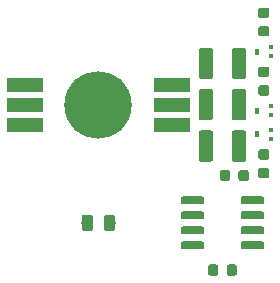
<source format=gbr>
G04 #@! TF.GenerationSoftware,KiCad,Pcbnew,5.1.4-e60b266~84~ubuntu18.04.1*
G04 #@! TF.CreationDate,2019-11-06T20:36:44-07:00*
G04 #@! TF.ProjectId,cob_5x5_lowpower,636f625f-3578-4355-9f6c-6f77706f7765,rev?*
G04 #@! TF.SameCoordinates,Original*
G04 #@! TF.FileFunction,Paste,Top*
G04 #@! TF.FilePolarity,Positive*
%FSLAX46Y46*%
G04 Gerber Fmt 4.6, Leading zero omitted, Abs format (unit mm)*
G04 Created by KiCad (PCBNEW 5.1.4-e60b266~84~ubuntu18.04.1) date 2019-11-06 20:36:44*
%MOMM*%
%LPD*%
G04 APERTURE LIST*
%ADD10C,0.100000*%
%ADD11C,0.650000*%
%ADD12C,0.875000*%
%ADD13C,1.250000*%
%ADD14R,0.450000X0.500000*%
%ADD15R,0.450000X0.400000*%
%ADD16R,3.100000X1.200000*%
%ADD17C,5.700000*%
%ADD18C,0.975000*%
G04 APERTURE END LIST*
D10*
G36*
X123803428Y-126580782D02*
G01*
X123819202Y-126583122D01*
X123834671Y-126586997D01*
X123849686Y-126592370D01*
X123864102Y-126599188D01*
X123877780Y-126607386D01*
X123890589Y-126616886D01*
X123902405Y-126627595D01*
X123913114Y-126639411D01*
X123922614Y-126652220D01*
X123930812Y-126665898D01*
X123937630Y-126680314D01*
X123943003Y-126695329D01*
X123946878Y-126710798D01*
X123949218Y-126726572D01*
X123950000Y-126742500D01*
X123950000Y-127067500D01*
X123949218Y-127083428D01*
X123946878Y-127099202D01*
X123943003Y-127114671D01*
X123937630Y-127129686D01*
X123930812Y-127144102D01*
X123922614Y-127157780D01*
X123913114Y-127170589D01*
X123902405Y-127182405D01*
X123890589Y-127193114D01*
X123877780Y-127202614D01*
X123864102Y-127210812D01*
X123849686Y-127217630D01*
X123834671Y-127223003D01*
X123819202Y-127226878D01*
X123803428Y-127229218D01*
X123787500Y-127230000D01*
X122137500Y-127230000D01*
X122121572Y-127229218D01*
X122105798Y-127226878D01*
X122090329Y-127223003D01*
X122075314Y-127217630D01*
X122060898Y-127210812D01*
X122047220Y-127202614D01*
X122034411Y-127193114D01*
X122022595Y-127182405D01*
X122011886Y-127170589D01*
X122002386Y-127157780D01*
X121994188Y-127144102D01*
X121987370Y-127129686D01*
X121981997Y-127114671D01*
X121978122Y-127099202D01*
X121975782Y-127083428D01*
X121975000Y-127067500D01*
X121975000Y-126742500D01*
X121975782Y-126726572D01*
X121978122Y-126710798D01*
X121981997Y-126695329D01*
X121987370Y-126680314D01*
X121994188Y-126665898D01*
X122002386Y-126652220D01*
X122011886Y-126639411D01*
X122022595Y-126627595D01*
X122034411Y-126616886D01*
X122047220Y-126607386D01*
X122060898Y-126599188D01*
X122075314Y-126592370D01*
X122090329Y-126586997D01*
X122105798Y-126583122D01*
X122121572Y-126580782D01*
X122137500Y-126580000D01*
X123787500Y-126580000D01*
X123803428Y-126580782D01*
X123803428Y-126580782D01*
G37*
D11*
X122962500Y-126905000D03*
D10*
G36*
X123803428Y-125310782D02*
G01*
X123819202Y-125313122D01*
X123834671Y-125316997D01*
X123849686Y-125322370D01*
X123864102Y-125329188D01*
X123877780Y-125337386D01*
X123890589Y-125346886D01*
X123902405Y-125357595D01*
X123913114Y-125369411D01*
X123922614Y-125382220D01*
X123930812Y-125395898D01*
X123937630Y-125410314D01*
X123943003Y-125425329D01*
X123946878Y-125440798D01*
X123949218Y-125456572D01*
X123950000Y-125472500D01*
X123950000Y-125797500D01*
X123949218Y-125813428D01*
X123946878Y-125829202D01*
X123943003Y-125844671D01*
X123937630Y-125859686D01*
X123930812Y-125874102D01*
X123922614Y-125887780D01*
X123913114Y-125900589D01*
X123902405Y-125912405D01*
X123890589Y-125923114D01*
X123877780Y-125932614D01*
X123864102Y-125940812D01*
X123849686Y-125947630D01*
X123834671Y-125953003D01*
X123819202Y-125956878D01*
X123803428Y-125959218D01*
X123787500Y-125960000D01*
X122137500Y-125960000D01*
X122121572Y-125959218D01*
X122105798Y-125956878D01*
X122090329Y-125953003D01*
X122075314Y-125947630D01*
X122060898Y-125940812D01*
X122047220Y-125932614D01*
X122034411Y-125923114D01*
X122022595Y-125912405D01*
X122011886Y-125900589D01*
X122002386Y-125887780D01*
X121994188Y-125874102D01*
X121987370Y-125859686D01*
X121981997Y-125844671D01*
X121978122Y-125829202D01*
X121975782Y-125813428D01*
X121975000Y-125797500D01*
X121975000Y-125472500D01*
X121975782Y-125456572D01*
X121978122Y-125440798D01*
X121981997Y-125425329D01*
X121987370Y-125410314D01*
X121994188Y-125395898D01*
X122002386Y-125382220D01*
X122011886Y-125369411D01*
X122022595Y-125357595D01*
X122034411Y-125346886D01*
X122047220Y-125337386D01*
X122060898Y-125329188D01*
X122075314Y-125322370D01*
X122090329Y-125316997D01*
X122105798Y-125313122D01*
X122121572Y-125310782D01*
X122137500Y-125310000D01*
X123787500Y-125310000D01*
X123803428Y-125310782D01*
X123803428Y-125310782D01*
G37*
D11*
X122962500Y-125635000D03*
D10*
G36*
X123803428Y-124040782D02*
G01*
X123819202Y-124043122D01*
X123834671Y-124046997D01*
X123849686Y-124052370D01*
X123864102Y-124059188D01*
X123877780Y-124067386D01*
X123890589Y-124076886D01*
X123902405Y-124087595D01*
X123913114Y-124099411D01*
X123922614Y-124112220D01*
X123930812Y-124125898D01*
X123937630Y-124140314D01*
X123943003Y-124155329D01*
X123946878Y-124170798D01*
X123949218Y-124186572D01*
X123950000Y-124202500D01*
X123950000Y-124527500D01*
X123949218Y-124543428D01*
X123946878Y-124559202D01*
X123943003Y-124574671D01*
X123937630Y-124589686D01*
X123930812Y-124604102D01*
X123922614Y-124617780D01*
X123913114Y-124630589D01*
X123902405Y-124642405D01*
X123890589Y-124653114D01*
X123877780Y-124662614D01*
X123864102Y-124670812D01*
X123849686Y-124677630D01*
X123834671Y-124683003D01*
X123819202Y-124686878D01*
X123803428Y-124689218D01*
X123787500Y-124690000D01*
X122137500Y-124690000D01*
X122121572Y-124689218D01*
X122105798Y-124686878D01*
X122090329Y-124683003D01*
X122075314Y-124677630D01*
X122060898Y-124670812D01*
X122047220Y-124662614D01*
X122034411Y-124653114D01*
X122022595Y-124642405D01*
X122011886Y-124630589D01*
X122002386Y-124617780D01*
X121994188Y-124604102D01*
X121987370Y-124589686D01*
X121981997Y-124574671D01*
X121978122Y-124559202D01*
X121975782Y-124543428D01*
X121975000Y-124527500D01*
X121975000Y-124202500D01*
X121975782Y-124186572D01*
X121978122Y-124170798D01*
X121981997Y-124155329D01*
X121987370Y-124140314D01*
X121994188Y-124125898D01*
X122002386Y-124112220D01*
X122011886Y-124099411D01*
X122022595Y-124087595D01*
X122034411Y-124076886D01*
X122047220Y-124067386D01*
X122060898Y-124059188D01*
X122075314Y-124052370D01*
X122090329Y-124046997D01*
X122105798Y-124043122D01*
X122121572Y-124040782D01*
X122137500Y-124040000D01*
X123787500Y-124040000D01*
X123803428Y-124040782D01*
X123803428Y-124040782D01*
G37*
D11*
X122962500Y-124365000D03*
D10*
G36*
X123803428Y-122770782D02*
G01*
X123819202Y-122773122D01*
X123834671Y-122776997D01*
X123849686Y-122782370D01*
X123864102Y-122789188D01*
X123877780Y-122797386D01*
X123890589Y-122806886D01*
X123902405Y-122817595D01*
X123913114Y-122829411D01*
X123922614Y-122842220D01*
X123930812Y-122855898D01*
X123937630Y-122870314D01*
X123943003Y-122885329D01*
X123946878Y-122900798D01*
X123949218Y-122916572D01*
X123950000Y-122932500D01*
X123950000Y-123257500D01*
X123949218Y-123273428D01*
X123946878Y-123289202D01*
X123943003Y-123304671D01*
X123937630Y-123319686D01*
X123930812Y-123334102D01*
X123922614Y-123347780D01*
X123913114Y-123360589D01*
X123902405Y-123372405D01*
X123890589Y-123383114D01*
X123877780Y-123392614D01*
X123864102Y-123400812D01*
X123849686Y-123407630D01*
X123834671Y-123413003D01*
X123819202Y-123416878D01*
X123803428Y-123419218D01*
X123787500Y-123420000D01*
X122137500Y-123420000D01*
X122121572Y-123419218D01*
X122105798Y-123416878D01*
X122090329Y-123413003D01*
X122075314Y-123407630D01*
X122060898Y-123400812D01*
X122047220Y-123392614D01*
X122034411Y-123383114D01*
X122022595Y-123372405D01*
X122011886Y-123360589D01*
X122002386Y-123347780D01*
X121994188Y-123334102D01*
X121987370Y-123319686D01*
X121981997Y-123304671D01*
X121978122Y-123289202D01*
X121975782Y-123273428D01*
X121975000Y-123257500D01*
X121975000Y-122932500D01*
X121975782Y-122916572D01*
X121978122Y-122900798D01*
X121981997Y-122885329D01*
X121987370Y-122870314D01*
X121994188Y-122855898D01*
X122002386Y-122842220D01*
X122011886Y-122829411D01*
X122022595Y-122817595D01*
X122034411Y-122806886D01*
X122047220Y-122797386D01*
X122060898Y-122789188D01*
X122075314Y-122782370D01*
X122090329Y-122776997D01*
X122105798Y-122773122D01*
X122121572Y-122770782D01*
X122137500Y-122770000D01*
X123787500Y-122770000D01*
X123803428Y-122770782D01*
X123803428Y-122770782D01*
G37*
D11*
X122962500Y-123095000D03*
D10*
G36*
X128878428Y-122770782D02*
G01*
X128894202Y-122773122D01*
X128909671Y-122776997D01*
X128924686Y-122782370D01*
X128939102Y-122789188D01*
X128952780Y-122797386D01*
X128965589Y-122806886D01*
X128977405Y-122817595D01*
X128988114Y-122829411D01*
X128997614Y-122842220D01*
X129005812Y-122855898D01*
X129012630Y-122870314D01*
X129018003Y-122885329D01*
X129021878Y-122900798D01*
X129024218Y-122916572D01*
X129025000Y-122932500D01*
X129025000Y-123257500D01*
X129024218Y-123273428D01*
X129021878Y-123289202D01*
X129018003Y-123304671D01*
X129012630Y-123319686D01*
X129005812Y-123334102D01*
X128997614Y-123347780D01*
X128988114Y-123360589D01*
X128977405Y-123372405D01*
X128965589Y-123383114D01*
X128952780Y-123392614D01*
X128939102Y-123400812D01*
X128924686Y-123407630D01*
X128909671Y-123413003D01*
X128894202Y-123416878D01*
X128878428Y-123419218D01*
X128862500Y-123420000D01*
X127212500Y-123420000D01*
X127196572Y-123419218D01*
X127180798Y-123416878D01*
X127165329Y-123413003D01*
X127150314Y-123407630D01*
X127135898Y-123400812D01*
X127122220Y-123392614D01*
X127109411Y-123383114D01*
X127097595Y-123372405D01*
X127086886Y-123360589D01*
X127077386Y-123347780D01*
X127069188Y-123334102D01*
X127062370Y-123319686D01*
X127056997Y-123304671D01*
X127053122Y-123289202D01*
X127050782Y-123273428D01*
X127050000Y-123257500D01*
X127050000Y-122932500D01*
X127050782Y-122916572D01*
X127053122Y-122900798D01*
X127056997Y-122885329D01*
X127062370Y-122870314D01*
X127069188Y-122855898D01*
X127077386Y-122842220D01*
X127086886Y-122829411D01*
X127097595Y-122817595D01*
X127109411Y-122806886D01*
X127122220Y-122797386D01*
X127135898Y-122789188D01*
X127150314Y-122782370D01*
X127165329Y-122776997D01*
X127180798Y-122773122D01*
X127196572Y-122770782D01*
X127212500Y-122770000D01*
X128862500Y-122770000D01*
X128878428Y-122770782D01*
X128878428Y-122770782D01*
G37*
D11*
X128037500Y-123095000D03*
D10*
G36*
X128878428Y-124040782D02*
G01*
X128894202Y-124043122D01*
X128909671Y-124046997D01*
X128924686Y-124052370D01*
X128939102Y-124059188D01*
X128952780Y-124067386D01*
X128965589Y-124076886D01*
X128977405Y-124087595D01*
X128988114Y-124099411D01*
X128997614Y-124112220D01*
X129005812Y-124125898D01*
X129012630Y-124140314D01*
X129018003Y-124155329D01*
X129021878Y-124170798D01*
X129024218Y-124186572D01*
X129025000Y-124202500D01*
X129025000Y-124527500D01*
X129024218Y-124543428D01*
X129021878Y-124559202D01*
X129018003Y-124574671D01*
X129012630Y-124589686D01*
X129005812Y-124604102D01*
X128997614Y-124617780D01*
X128988114Y-124630589D01*
X128977405Y-124642405D01*
X128965589Y-124653114D01*
X128952780Y-124662614D01*
X128939102Y-124670812D01*
X128924686Y-124677630D01*
X128909671Y-124683003D01*
X128894202Y-124686878D01*
X128878428Y-124689218D01*
X128862500Y-124690000D01*
X127212500Y-124690000D01*
X127196572Y-124689218D01*
X127180798Y-124686878D01*
X127165329Y-124683003D01*
X127150314Y-124677630D01*
X127135898Y-124670812D01*
X127122220Y-124662614D01*
X127109411Y-124653114D01*
X127097595Y-124642405D01*
X127086886Y-124630589D01*
X127077386Y-124617780D01*
X127069188Y-124604102D01*
X127062370Y-124589686D01*
X127056997Y-124574671D01*
X127053122Y-124559202D01*
X127050782Y-124543428D01*
X127050000Y-124527500D01*
X127050000Y-124202500D01*
X127050782Y-124186572D01*
X127053122Y-124170798D01*
X127056997Y-124155329D01*
X127062370Y-124140314D01*
X127069188Y-124125898D01*
X127077386Y-124112220D01*
X127086886Y-124099411D01*
X127097595Y-124087595D01*
X127109411Y-124076886D01*
X127122220Y-124067386D01*
X127135898Y-124059188D01*
X127150314Y-124052370D01*
X127165329Y-124046997D01*
X127180798Y-124043122D01*
X127196572Y-124040782D01*
X127212500Y-124040000D01*
X128862500Y-124040000D01*
X128878428Y-124040782D01*
X128878428Y-124040782D01*
G37*
D11*
X128037500Y-124365000D03*
D10*
G36*
X128878428Y-125310782D02*
G01*
X128894202Y-125313122D01*
X128909671Y-125316997D01*
X128924686Y-125322370D01*
X128939102Y-125329188D01*
X128952780Y-125337386D01*
X128965589Y-125346886D01*
X128977405Y-125357595D01*
X128988114Y-125369411D01*
X128997614Y-125382220D01*
X129005812Y-125395898D01*
X129012630Y-125410314D01*
X129018003Y-125425329D01*
X129021878Y-125440798D01*
X129024218Y-125456572D01*
X129025000Y-125472500D01*
X129025000Y-125797500D01*
X129024218Y-125813428D01*
X129021878Y-125829202D01*
X129018003Y-125844671D01*
X129012630Y-125859686D01*
X129005812Y-125874102D01*
X128997614Y-125887780D01*
X128988114Y-125900589D01*
X128977405Y-125912405D01*
X128965589Y-125923114D01*
X128952780Y-125932614D01*
X128939102Y-125940812D01*
X128924686Y-125947630D01*
X128909671Y-125953003D01*
X128894202Y-125956878D01*
X128878428Y-125959218D01*
X128862500Y-125960000D01*
X127212500Y-125960000D01*
X127196572Y-125959218D01*
X127180798Y-125956878D01*
X127165329Y-125953003D01*
X127150314Y-125947630D01*
X127135898Y-125940812D01*
X127122220Y-125932614D01*
X127109411Y-125923114D01*
X127097595Y-125912405D01*
X127086886Y-125900589D01*
X127077386Y-125887780D01*
X127069188Y-125874102D01*
X127062370Y-125859686D01*
X127056997Y-125844671D01*
X127053122Y-125829202D01*
X127050782Y-125813428D01*
X127050000Y-125797500D01*
X127050000Y-125472500D01*
X127050782Y-125456572D01*
X127053122Y-125440798D01*
X127056997Y-125425329D01*
X127062370Y-125410314D01*
X127069188Y-125395898D01*
X127077386Y-125382220D01*
X127086886Y-125369411D01*
X127097595Y-125357595D01*
X127109411Y-125346886D01*
X127122220Y-125337386D01*
X127135898Y-125329188D01*
X127150314Y-125322370D01*
X127165329Y-125316997D01*
X127180798Y-125313122D01*
X127196572Y-125310782D01*
X127212500Y-125310000D01*
X128862500Y-125310000D01*
X128878428Y-125310782D01*
X128878428Y-125310782D01*
G37*
D11*
X128037500Y-125635000D03*
D10*
G36*
X128878428Y-126580782D02*
G01*
X128894202Y-126583122D01*
X128909671Y-126586997D01*
X128924686Y-126592370D01*
X128939102Y-126599188D01*
X128952780Y-126607386D01*
X128965589Y-126616886D01*
X128977405Y-126627595D01*
X128988114Y-126639411D01*
X128997614Y-126652220D01*
X129005812Y-126665898D01*
X129012630Y-126680314D01*
X129018003Y-126695329D01*
X129021878Y-126710798D01*
X129024218Y-126726572D01*
X129025000Y-126742500D01*
X129025000Y-127067500D01*
X129024218Y-127083428D01*
X129021878Y-127099202D01*
X129018003Y-127114671D01*
X129012630Y-127129686D01*
X129005812Y-127144102D01*
X128997614Y-127157780D01*
X128988114Y-127170589D01*
X128977405Y-127182405D01*
X128965589Y-127193114D01*
X128952780Y-127202614D01*
X128939102Y-127210812D01*
X128924686Y-127217630D01*
X128909671Y-127223003D01*
X128894202Y-127226878D01*
X128878428Y-127229218D01*
X128862500Y-127230000D01*
X127212500Y-127230000D01*
X127196572Y-127229218D01*
X127180798Y-127226878D01*
X127165329Y-127223003D01*
X127150314Y-127217630D01*
X127135898Y-127210812D01*
X127122220Y-127202614D01*
X127109411Y-127193114D01*
X127097595Y-127182405D01*
X127086886Y-127170589D01*
X127077386Y-127157780D01*
X127069188Y-127144102D01*
X127062370Y-127129686D01*
X127056997Y-127114671D01*
X127053122Y-127099202D01*
X127050782Y-127083428D01*
X127050000Y-127067500D01*
X127050000Y-126742500D01*
X127050782Y-126726572D01*
X127053122Y-126710798D01*
X127056997Y-126695329D01*
X127062370Y-126680314D01*
X127069188Y-126665898D01*
X127077386Y-126652220D01*
X127086886Y-126639411D01*
X127097595Y-126627595D01*
X127109411Y-126616886D01*
X127122220Y-126607386D01*
X127135898Y-126599188D01*
X127150314Y-126592370D01*
X127165329Y-126586997D01*
X127180798Y-126583122D01*
X127196572Y-126580782D01*
X127212500Y-126580000D01*
X128862500Y-126580000D01*
X128878428Y-126580782D01*
X128878428Y-126580782D01*
G37*
D11*
X128037500Y-126905000D03*
D10*
G36*
X129277691Y-120351053D02*
G01*
X129298926Y-120354203D01*
X129319750Y-120359419D01*
X129339962Y-120366651D01*
X129359368Y-120375830D01*
X129377781Y-120386866D01*
X129395024Y-120399654D01*
X129410930Y-120414070D01*
X129425346Y-120429976D01*
X129438134Y-120447219D01*
X129449170Y-120465632D01*
X129458349Y-120485038D01*
X129465581Y-120505250D01*
X129470797Y-120526074D01*
X129473947Y-120547309D01*
X129475000Y-120568750D01*
X129475000Y-121006250D01*
X129473947Y-121027691D01*
X129470797Y-121048926D01*
X129465581Y-121069750D01*
X129458349Y-121089962D01*
X129449170Y-121109368D01*
X129438134Y-121127781D01*
X129425346Y-121145024D01*
X129410930Y-121160930D01*
X129395024Y-121175346D01*
X129377781Y-121188134D01*
X129359368Y-121199170D01*
X129339962Y-121208349D01*
X129319750Y-121215581D01*
X129298926Y-121220797D01*
X129277691Y-121223947D01*
X129256250Y-121225000D01*
X128743750Y-121225000D01*
X128722309Y-121223947D01*
X128701074Y-121220797D01*
X128680250Y-121215581D01*
X128660038Y-121208349D01*
X128640632Y-121199170D01*
X128622219Y-121188134D01*
X128604976Y-121175346D01*
X128589070Y-121160930D01*
X128574654Y-121145024D01*
X128561866Y-121127781D01*
X128550830Y-121109368D01*
X128541651Y-121089962D01*
X128534419Y-121069750D01*
X128529203Y-121048926D01*
X128526053Y-121027691D01*
X128525000Y-121006250D01*
X128525000Y-120568750D01*
X128526053Y-120547309D01*
X128529203Y-120526074D01*
X128534419Y-120505250D01*
X128541651Y-120485038D01*
X128550830Y-120465632D01*
X128561866Y-120447219D01*
X128574654Y-120429976D01*
X128589070Y-120414070D01*
X128604976Y-120399654D01*
X128622219Y-120386866D01*
X128640632Y-120375830D01*
X128660038Y-120366651D01*
X128680250Y-120359419D01*
X128701074Y-120354203D01*
X128722309Y-120351053D01*
X128743750Y-120350000D01*
X129256250Y-120350000D01*
X129277691Y-120351053D01*
X129277691Y-120351053D01*
G37*
D12*
X129000000Y-120787500D03*
D10*
G36*
X129277691Y-118776053D02*
G01*
X129298926Y-118779203D01*
X129319750Y-118784419D01*
X129339962Y-118791651D01*
X129359368Y-118800830D01*
X129377781Y-118811866D01*
X129395024Y-118824654D01*
X129410930Y-118839070D01*
X129425346Y-118854976D01*
X129438134Y-118872219D01*
X129449170Y-118890632D01*
X129458349Y-118910038D01*
X129465581Y-118930250D01*
X129470797Y-118951074D01*
X129473947Y-118972309D01*
X129475000Y-118993750D01*
X129475000Y-119431250D01*
X129473947Y-119452691D01*
X129470797Y-119473926D01*
X129465581Y-119494750D01*
X129458349Y-119514962D01*
X129449170Y-119534368D01*
X129438134Y-119552781D01*
X129425346Y-119570024D01*
X129410930Y-119585930D01*
X129395024Y-119600346D01*
X129377781Y-119613134D01*
X129359368Y-119624170D01*
X129339962Y-119633349D01*
X129319750Y-119640581D01*
X129298926Y-119645797D01*
X129277691Y-119648947D01*
X129256250Y-119650000D01*
X128743750Y-119650000D01*
X128722309Y-119648947D01*
X128701074Y-119645797D01*
X128680250Y-119640581D01*
X128660038Y-119633349D01*
X128640632Y-119624170D01*
X128622219Y-119613134D01*
X128604976Y-119600346D01*
X128589070Y-119585930D01*
X128574654Y-119570024D01*
X128561866Y-119552781D01*
X128550830Y-119534368D01*
X128541651Y-119514962D01*
X128534419Y-119494750D01*
X128529203Y-119473926D01*
X128526053Y-119452691D01*
X128525000Y-119431250D01*
X128525000Y-118993750D01*
X128526053Y-118972309D01*
X128529203Y-118951074D01*
X128534419Y-118930250D01*
X128541651Y-118910038D01*
X128550830Y-118890632D01*
X128561866Y-118872219D01*
X128574654Y-118854976D01*
X128589070Y-118839070D01*
X128604976Y-118824654D01*
X128622219Y-118811866D01*
X128640632Y-118800830D01*
X128660038Y-118791651D01*
X128680250Y-118784419D01*
X128701074Y-118779203D01*
X128722309Y-118776053D01*
X128743750Y-118775000D01*
X129256250Y-118775000D01*
X129277691Y-118776053D01*
X129277691Y-118776053D01*
G37*
D12*
X129000000Y-119212500D03*
D10*
G36*
X129277691Y-111776053D02*
G01*
X129298926Y-111779203D01*
X129319750Y-111784419D01*
X129339962Y-111791651D01*
X129359368Y-111800830D01*
X129377781Y-111811866D01*
X129395024Y-111824654D01*
X129410930Y-111839070D01*
X129425346Y-111854976D01*
X129438134Y-111872219D01*
X129449170Y-111890632D01*
X129458349Y-111910038D01*
X129465581Y-111930250D01*
X129470797Y-111951074D01*
X129473947Y-111972309D01*
X129475000Y-111993750D01*
X129475000Y-112431250D01*
X129473947Y-112452691D01*
X129470797Y-112473926D01*
X129465581Y-112494750D01*
X129458349Y-112514962D01*
X129449170Y-112534368D01*
X129438134Y-112552781D01*
X129425346Y-112570024D01*
X129410930Y-112585930D01*
X129395024Y-112600346D01*
X129377781Y-112613134D01*
X129359368Y-112624170D01*
X129339962Y-112633349D01*
X129319750Y-112640581D01*
X129298926Y-112645797D01*
X129277691Y-112648947D01*
X129256250Y-112650000D01*
X128743750Y-112650000D01*
X128722309Y-112648947D01*
X128701074Y-112645797D01*
X128680250Y-112640581D01*
X128660038Y-112633349D01*
X128640632Y-112624170D01*
X128622219Y-112613134D01*
X128604976Y-112600346D01*
X128589070Y-112585930D01*
X128574654Y-112570024D01*
X128561866Y-112552781D01*
X128550830Y-112534368D01*
X128541651Y-112514962D01*
X128534419Y-112494750D01*
X128529203Y-112473926D01*
X128526053Y-112452691D01*
X128525000Y-112431250D01*
X128525000Y-111993750D01*
X128526053Y-111972309D01*
X128529203Y-111951074D01*
X128534419Y-111930250D01*
X128541651Y-111910038D01*
X128550830Y-111890632D01*
X128561866Y-111872219D01*
X128574654Y-111854976D01*
X128589070Y-111839070D01*
X128604976Y-111824654D01*
X128622219Y-111811866D01*
X128640632Y-111800830D01*
X128660038Y-111791651D01*
X128680250Y-111784419D01*
X128701074Y-111779203D01*
X128722309Y-111776053D01*
X128743750Y-111775000D01*
X129256250Y-111775000D01*
X129277691Y-111776053D01*
X129277691Y-111776053D01*
G37*
D12*
X129000000Y-112212500D03*
D10*
G36*
X129277691Y-113351053D02*
G01*
X129298926Y-113354203D01*
X129319750Y-113359419D01*
X129339962Y-113366651D01*
X129359368Y-113375830D01*
X129377781Y-113386866D01*
X129395024Y-113399654D01*
X129410930Y-113414070D01*
X129425346Y-113429976D01*
X129438134Y-113447219D01*
X129449170Y-113465632D01*
X129458349Y-113485038D01*
X129465581Y-113505250D01*
X129470797Y-113526074D01*
X129473947Y-113547309D01*
X129475000Y-113568750D01*
X129475000Y-114006250D01*
X129473947Y-114027691D01*
X129470797Y-114048926D01*
X129465581Y-114069750D01*
X129458349Y-114089962D01*
X129449170Y-114109368D01*
X129438134Y-114127781D01*
X129425346Y-114145024D01*
X129410930Y-114160930D01*
X129395024Y-114175346D01*
X129377781Y-114188134D01*
X129359368Y-114199170D01*
X129339962Y-114208349D01*
X129319750Y-114215581D01*
X129298926Y-114220797D01*
X129277691Y-114223947D01*
X129256250Y-114225000D01*
X128743750Y-114225000D01*
X128722309Y-114223947D01*
X128701074Y-114220797D01*
X128680250Y-114215581D01*
X128660038Y-114208349D01*
X128640632Y-114199170D01*
X128622219Y-114188134D01*
X128604976Y-114175346D01*
X128589070Y-114160930D01*
X128574654Y-114145024D01*
X128561866Y-114127781D01*
X128550830Y-114109368D01*
X128541651Y-114089962D01*
X128534419Y-114069750D01*
X128529203Y-114048926D01*
X128526053Y-114027691D01*
X128525000Y-114006250D01*
X128525000Y-113568750D01*
X128526053Y-113547309D01*
X128529203Y-113526074D01*
X128534419Y-113505250D01*
X128541651Y-113485038D01*
X128550830Y-113465632D01*
X128561866Y-113447219D01*
X128574654Y-113429976D01*
X128589070Y-113414070D01*
X128604976Y-113399654D01*
X128622219Y-113386866D01*
X128640632Y-113375830D01*
X128660038Y-113366651D01*
X128680250Y-113359419D01*
X128701074Y-113354203D01*
X128722309Y-113351053D01*
X128743750Y-113350000D01*
X129256250Y-113350000D01*
X129277691Y-113351053D01*
X129277691Y-113351053D01*
G37*
D12*
X129000000Y-113787500D03*
D10*
G36*
X129277691Y-108351053D02*
G01*
X129298926Y-108354203D01*
X129319750Y-108359419D01*
X129339962Y-108366651D01*
X129359368Y-108375830D01*
X129377781Y-108386866D01*
X129395024Y-108399654D01*
X129410930Y-108414070D01*
X129425346Y-108429976D01*
X129438134Y-108447219D01*
X129449170Y-108465632D01*
X129458349Y-108485038D01*
X129465581Y-108505250D01*
X129470797Y-108526074D01*
X129473947Y-108547309D01*
X129475000Y-108568750D01*
X129475000Y-109006250D01*
X129473947Y-109027691D01*
X129470797Y-109048926D01*
X129465581Y-109069750D01*
X129458349Y-109089962D01*
X129449170Y-109109368D01*
X129438134Y-109127781D01*
X129425346Y-109145024D01*
X129410930Y-109160930D01*
X129395024Y-109175346D01*
X129377781Y-109188134D01*
X129359368Y-109199170D01*
X129339962Y-109208349D01*
X129319750Y-109215581D01*
X129298926Y-109220797D01*
X129277691Y-109223947D01*
X129256250Y-109225000D01*
X128743750Y-109225000D01*
X128722309Y-109223947D01*
X128701074Y-109220797D01*
X128680250Y-109215581D01*
X128660038Y-109208349D01*
X128640632Y-109199170D01*
X128622219Y-109188134D01*
X128604976Y-109175346D01*
X128589070Y-109160930D01*
X128574654Y-109145024D01*
X128561866Y-109127781D01*
X128550830Y-109109368D01*
X128541651Y-109089962D01*
X128534419Y-109069750D01*
X128529203Y-109048926D01*
X128526053Y-109027691D01*
X128525000Y-109006250D01*
X128525000Y-108568750D01*
X128526053Y-108547309D01*
X128529203Y-108526074D01*
X128534419Y-108505250D01*
X128541651Y-108485038D01*
X128550830Y-108465632D01*
X128561866Y-108447219D01*
X128574654Y-108429976D01*
X128589070Y-108414070D01*
X128604976Y-108399654D01*
X128622219Y-108386866D01*
X128640632Y-108375830D01*
X128660038Y-108366651D01*
X128680250Y-108359419D01*
X128701074Y-108354203D01*
X128722309Y-108351053D01*
X128743750Y-108350000D01*
X129256250Y-108350000D01*
X129277691Y-108351053D01*
X129277691Y-108351053D01*
G37*
D12*
X129000000Y-108787500D03*
D10*
G36*
X129277691Y-106776053D02*
G01*
X129298926Y-106779203D01*
X129319750Y-106784419D01*
X129339962Y-106791651D01*
X129359368Y-106800830D01*
X129377781Y-106811866D01*
X129395024Y-106824654D01*
X129410930Y-106839070D01*
X129425346Y-106854976D01*
X129438134Y-106872219D01*
X129449170Y-106890632D01*
X129458349Y-106910038D01*
X129465581Y-106930250D01*
X129470797Y-106951074D01*
X129473947Y-106972309D01*
X129475000Y-106993750D01*
X129475000Y-107431250D01*
X129473947Y-107452691D01*
X129470797Y-107473926D01*
X129465581Y-107494750D01*
X129458349Y-107514962D01*
X129449170Y-107534368D01*
X129438134Y-107552781D01*
X129425346Y-107570024D01*
X129410930Y-107585930D01*
X129395024Y-107600346D01*
X129377781Y-107613134D01*
X129359368Y-107624170D01*
X129339962Y-107633349D01*
X129319750Y-107640581D01*
X129298926Y-107645797D01*
X129277691Y-107648947D01*
X129256250Y-107650000D01*
X128743750Y-107650000D01*
X128722309Y-107648947D01*
X128701074Y-107645797D01*
X128680250Y-107640581D01*
X128660038Y-107633349D01*
X128640632Y-107624170D01*
X128622219Y-107613134D01*
X128604976Y-107600346D01*
X128589070Y-107585930D01*
X128574654Y-107570024D01*
X128561866Y-107552781D01*
X128550830Y-107534368D01*
X128541651Y-107514962D01*
X128534419Y-107494750D01*
X128529203Y-107473926D01*
X128526053Y-107452691D01*
X128525000Y-107431250D01*
X128525000Y-106993750D01*
X128526053Y-106972309D01*
X128529203Y-106951074D01*
X128534419Y-106930250D01*
X128541651Y-106910038D01*
X128550830Y-106890632D01*
X128561866Y-106872219D01*
X128574654Y-106854976D01*
X128589070Y-106839070D01*
X128604976Y-106824654D01*
X128622219Y-106811866D01*
X128640632Y-106800830D01*
X128660038Y-106791651D01*
X128680250Y-106784419D01*
X128701074Y-106779203D01*
X128722309Y-106776053D01*
X128743750Y-106775000D01*
X129256250Y-106775000D01*
X129277691Y-106776053D01*
X129277691Y-106776053D01*
G37*
D12*
X129000000Y-107212500D03*
D10*
G36*
X127299504Y-117176204D02*
G01*
X127323773Y-117179804D01*
X127347571Y-117185765D01*
X127370671Y-117194030D01*
X127392849Y-117204520D01*
X127413893Y-117217133D01*
X127433598Y-117231747D01*
X127451777Y-117248223D01*
X127468253Y-117266402D01*
X127482867Y-117286107D01*
X127495480Y-117307151D01*
X127505970Y-117329329D01*
X127514235Y-117352429D01*
X127520196Y-117376227D01*
X127523796Y-117400496D01*
X127525000Y-117425000D01*
X127525000Y-119575000D01*
X127523796Y-119599504D01*
X127520196Y-119623773D01*
X127514235Y-119647571D01*
X127505970Y-119670671D01*
X127495480Y-119692849D01*
X127482867Y-119713893D01*
X127468253Y-119733598D01*
X127451777Y-119751777D01*
X127433598Y-119768253D01*
X127413893Y-119782867D01*
X127392849Y-119795480D01*
X127370671Y-119805970D01*
X127347571Y-119814235D01*
X127323773Y-119820196D01*
X127299504Y-119823796D01*
X127275000Y-119825000D01*
X126525000Y-119825000D01*
X126500496Y-119823796D01*
X126476227Y-119820196D01*
X126452429Y-119814235D01*
X126429329Y-119805970D01*
X126407151Y-119795480D01*
X126386107Y-119782867D01*
X126366402Y-119768253D01*
X126348223Y-119751777D01*
X126331747Y-119733598D01*
X126317133Y-119713893D01*
X126304520Y-119692849D01*
X126294030Y-119670671D01*
X126285765Y-119647571D01*
X126279804Y-119623773D01*
X126276204Y-119599504D01*
X126275000Y-119575000D01*
X126275000Y-117425000D01*
X126276204Y-117400496D01*
X126279804Y-117376227D01*
X126285765Y-117352429D01*
X126294030Y-117329329D01*
X126304520Y-117307151D01*
X126317133Y-117286107D01*
X126331747Y-117266402D01*
X126348223Y-117248223D01*
X126366402Y-117231747D01*
X126386107Y-117217133D01*
X126407151Y-117204520D01*
X126429329Y-117194030D01*
X126452429Y-117185765D01*
X126476227Y-117179804D01*
X126500496Y-117176204D01*
X126525000Y-117175000D01*
X127275000Y-117175000D01*
X127299504Y-117176204D01*
X127299504Y-117176204D01*
G37*
D13*
X126900000Y-118500000D03*
D10*
G36*
X124499504Y-117176204D02*
G01*
X124523773Y-117179804D01*
X124547571Y-117185765D01*
X124570671Y-117194030D01*
X124592849Y-117204520D01*
X124613893Y-117217133D01*
X124633598Y-117231747D01*
X124651777Y-117248223D01*
X124668253Y-117266402D01*
X124682867Y-117286107D01*
X124695480Y-117307151D01*
X124705970Y-117329329D01*
X124714235Y-117352429D01*
X124720196Y-117376227D01*
X124723796Y-117400496D01*
X124725000Y-117425000D01*
X124725000Y-119575000D01*
X124723796Y-119599504D01*
X124720196Y-119623773D01*
X124714235Y-119647571D01*
X124705970Y-119670671D01*
X124695480Y-119692849D01*
X124682867Y-119713893D01*
X124668253Y-119733598D01*
X124651777Y-119751777D01*
X124633598Y-119768253D01*
X124613893Y-119782867D01*
X124592849Y-119795480D01*
X124570671Y-119805970D01*
X124547571Y-119814235D01*
X124523773Y-119820196D01*
X124499504Y-119823796D01*
X124475000Y-119825000D01*
X123725000Y-119825000D01*
X123700496Y-119823796D01*
X123676227Y-119820196D01*
X123652429Y-119814235D01*
X123629329Y-119805970D01*
X123607151Y-119795480D01*
X123586107Y-119782867D01*
X123566402Y-119768253D01*
X123548223Y-119751777D01*
X123531747Y-119733598D01*
X123517133Y-119713893D01*
X123504520Y-119692849D01*
X123494030Y-119670671D01*
X123485765Y-119647571D01*
X123479804Y-119623773D01*
X123476204Y-119599504D01*
X123475000Y-119575000D01*
X123475000Y-117425000D01*
X123476204Y-117400496D01*
X123479804Y-117376227D01*
X123485765Y-117352429D01*
X123494030Y-117329329D01*
X123504520Y-117307151D01*
X123517133Y-117286107D01*
X123531747Y-117266402D01*
X123548223Y-117248223D01*
X123566402Y-117231747D01*
X123586107Y-117217133D01*
X123607151Y-117204520D01*
X123629329Y-117194030D01*
X123652429Y-117185765D01*
X123676227Y-117179804D01*
X123700496Y-117176204D01*
X123725000Y-117175000D01*
X124475000Y-117175000D01*
X124499504Y-117176204D01*
X124499504Y-117176204D01*
G37*
D13*
X124100000Y-118500000D03*
D10*
G36*
X127299504Y-113676204D02*
G01*
X127323773Y-113679804D01*
X127347571Y-113685765D01*
X127370671Y-113694030D01*
X127392849Y-113704520D01*
X127413893Y-113717133D01*
X127433598Y-113731747D01*
X127451777Y-113748223D01*
X127468253Y-113766402D01*
X127482867Y-113786107D01*
X127495480Y-113807151D01*
X127505970Y-113829329D01*
X127514235Y-113852429D01*
X127520196Y-113876227D01*
X127523796Y-113900496D01*
X127525000Y-113925000D01*
X127525000Y-116075000D01*
X127523796Y-116099504D01*
X127520196Y-116123773D01*
X127514235Y-116147571D01*
X127505970Y-116170671D01*
X127495480Y-116192849D01*
X127482867Y-116213893D01*
X127468253Y-116233598D01*
X127451777Y-116251777D01*
X127433598Y-116268253D01*
X127413893Y-116282867D01*
X127392849Y-116295480D01*
X127370671Y-116305970D01*
X127347571Y-116314235D01*
X127323773Y-116320196D01*
X127299504Y-116323796D01*
X127275000Y-116325000D01*
X126525000Y-116325000D01*
X126500496Y-116323796D01*
X126476227Y-116320196D01*
X126452429Y-116314235D01*
X126429329Y-116305970D01*
X126407151Y-116295480D01*
X126386107Y-116282867D01*
X126366402Y-116268253D01*
X126348223Y-116251777D01*
X126331747Y-116233598D01*
X126317133Y-116213893D01*
X126304520Y-116192849D01*
X126294030Y-116170671D01*
X126285765Y-116147571D01*
X126279804Y-116123773D01*
X126276204Y-116099504D01*
X126275000Y-116075000D01*
X126275000Y-113925000D01*
X126276204Y-113900496D01*
X126279804Y-113876227D01*
X126285765Y-113852429D01*
X126294030Y-113829329D01*
X126304520Y-113807151D01*
X126317133Y-113786107D01*
X126331747Y-113766402D01*
X126348223Y-113748223D01*
X126366402Y-113731747D01*
X126386107Y-113717133D01*
X126407151Y-113704520D01*
X126429329Y-113694030D01*
X126452429Y-113685765D01*
X126476227Y-113679804D01*
X126500496Y-113676204D01*
X126525000Y-113675000D01*
X127275000Y-113675000D01*
X127299504Y-113676204D01*
X127299504Y-113676204D01*
G37*
D13*
X126900000Y-115000000D03*
D10*
G36*
X124499504Y-113676204D02*
G01*
X124523773Y-113679804D01*
X124547571Y-113685765D01*
X124570671Y-113694030D01*
X124592849Y-113704520D01*
X124613893Y-113717133D01*
X124633598Y-113731747D01*
X124651777Y-113748223D01*
X124668253Y-113766402D01*
X124682867Y-113786107D01*
X124695480Y-113807151D01*
X124705970Y-113829329D01*
X124714235Y-113852429D01*
X124720196Y-113876227D01*
X124723796Y-113900496D01*
X124725000Y-113925000D01*
X124725000Y-116075000D01*
X124723796Y-116099504D01*
X124720196Y-116123773D01*
X124714235Y-116147571D01*
X124705970Y-116170671D01*
X124695480Y-116192849D01*
X124682867Y-116213893D01*
X124668253Y-116233598D01*
X124651777Y-116251777D01*
X124633598Y-116268253D01*
X124613893Y-116282867D01*
X124592849Y-116295480D01*
X124570671Y-116305970D01*
X124547571Y-116314235D01*
X124523773Y-116320196D01*
X124499504Y-116323796D01*
X124475000Y-116325000D01*
X123725000Y-116325000D01*
X123700496Y-116323796D01*
X123676227Y-116320196D01*
X123652429Y-116314235D01*
X123629329Y-116305970D01*
X123607151Y-116295480D01*
X123586107Y-116282867D01*
X123566402Y-116268253D01*
X123548223Y-116251777D01*
X123531747Y-116233598D01*
X123517133Y-116213893D01*
X123504520Y-116192849D01*
X123494030Y-116170671D01*
X123485765Y-116147571D01*
X123479804Y-116123773D01*
X123476204Y-116099504D01*
X123475000Y-116075000D01*
X123475000Y-113925000D01*
X123476204Y-113900496D01*
X123479804Y-113876227D01*
X123485765Y-113852429D01*
X123494030Y-113829329D01*
X123504520Y-113807151D01*
X123517133Y-113786107D01*
X123531747Y-113766402D01*
X123548223Y-113748223D01*
X123566402Y-113731747D01*
X123586107Y-113717133D01*
X123607151Y-113704520D01*
X123629329Y-113694030D01*
X123652429Y-113685765D01*
X123676227Y-113679804D01*
X123700496Y-113676204D01*
X123725000Y-113675000D01*
X124475000Y-113675000D01*
X124499504Y-113676204D01*
X124499504Y-113676204D01*
G37*
D13*
X124100000Y-115000000D03*
D10*
G36*
X127299504Y-110176204D02*
G01*
X127323773Y-110179804D01*
X127347571Y-110185765D01*
X127370671Y-110194030D01*
X127392849Y-110204520D01*
X127413893Y-110217133D01*
X127433598Y-110231747D01*
X127451777Y-110248223D01*
X127468253Y-110266402D01*
X127482867Y-110286107D01*
X127495480Y-110307151D01*
X127505970Y-110329329D01*
X127514235Y-110352429D01*
X127520196Y-110376227D01*
X127523796Y-110400496D01*
X127525000Y-110425000D01*
X127525000Y-112575000D01*
X127523796Y-112599504D01*
X127520196Y-112623773D01*
X127514235Y-112647571D01*
X127505970Y-112670671D01*
X127495480Y-112692849D01*
X127482867Y-112713893D01*
X127468253Y-112733598D01*
X127451777Y-112751777D01*
X127433598Y-112768253D01*
X127413893Y-112782867D01*
X127392849Y-112795480D01*
X127370671Y-112805970D01*
X127347571Y-112814235D01*
X127323773Y-112820196D01*
X127299504Y-112823796D01*
X127275000Y-112825000D01*
X126525000Y-112825000D01*
X126500496Y-112823796D01*
X126476227Y-112820196D01*
X126452429Y-112814235D01*
X126429329Y-112805970D01*
X126407151Y-112795480D01*
X126386107Y-112782867D01*
X126366402Y-112768253D01*
X126348223Y-112751777D01*
X126331747Y-112733598D01*
X126317133Y-112713893D01*
X126304520Y-112692849D01*
X126294030Y-112670671D01*
X126285765Y-112647571D01*
X126279804Y-112623773D01*
X126276204Y-112599504D01*
X126275000Y-112575000D01*
X126275000Y-110425000D01*
X126276204Y-110400496D01*
X126279804Y-110376227D01*
X126285765Y-110352429D01*
X126294030Y-110329329D01*
X126304520Y-110307151D01*
X126317133Y-110286107D01*
X126331747Y-110266402D01*
X126348223Y-110248223D01*
X126366402Y-110231747D01*
X126386107Y-110217133D01*
X126407151Y-110204520D01*
X126429329Y-110194030D01*
X126452429Y-110185765D01*
X126476227Y-110179804D01*
X126500496Y-110176204D01*
X126525000Y-110175000D01*
X127275000Y-110175000D01*
X127299504Y-110176204D01*
X127299504Y-110176204D01*
G37*
D13*
X126900000Y-111500000D03*
D10*
G36*
X124499504Y-110176204D02*
G01*
X124523773Y-110179804D01*
X124547571Y-110185765D01*
X124570671Y-110194030D01*
X124592849Y-110204520D01*
X124613893Y-110217133D01*
X124633598Y-110231747D01*
X124651777Y-110248223D01*
X124668253Y-110266402D01*
X124682867Y-110286107D01*
X124695480Y-110307151D01*
X124705970Y-110329329D01*
X124714235Y-110352429D01*
X124720196Y-110376227D01*
X124723796Y-110400496D01*
X124725000Y-110425000D01*
X124725000Y-112575000D01*
X124723796Y-112599504D01*
X124720196Y-112623773D01*
X124714235Y-112647571D01*
X124705970Y-112670671D01*
X124695480Y-112692849D01*
X124682867Y-112713893D01*
X124668253Y-112733598D01*
X124651777Y-112751777D01*
X124633598Y-112768253D01*
X124613893Y-112782867D01*
X124592849Y-112795480D01*
X124570671Y-112805970D01*
X124547571Y-112814235D01*
X124523773Y-112820196D01*
X124499504Y-112823796D01*
X124475000Y-112825000D01*
X123725000Y-112825000D01*
X123700496Y-112823796D01*
X123676227Y-112820196D01*
X123652429Y-112814235D01*
X123629329Y-112805970D01*
X123607151Y-112795480D01*
X123586107Y-112782867D01*
X123566402Y-112768253D01*
X123548223Y-112751777D01*
X123531747Y-112733598D01*
X123517133Y-112713893D01*
X123504520Y-112692849D01*
X123494030Y-112670671D01*
X123485765Y-112647571D01*
X123479804Y-112623773D01*
X123476204Y-112599504D01*
X123475000Y-112575000D01*
X123475000Y-110425000D01*
X123476204Y-110400496D01*
X123479804Y-110376227D01*
X123485765Y-110352429D01*
X123494030Y-110329329D01*
X123504520Y-110307151D01*
X123517133Y-110286107D01*
X123531747Y-110266402D01*
X123548223Y-110248223D01*
X123566402Y-110231747D01*
X123586107Y-110217133D01*
X123607151Y-110204520D01*
X123629329Y-110194030D01*
X123652429Y-110185765D01*
X123676227Y-110179804D01*
X123700496Y-110176204D01*
X123725000Y-110175000D01*
X124475000Y-110175000D01*
X124499504Y-110176204D01*
X124499504Y-110176204D01*
G37*
D13*
X124100000Y-111500000D03*
D14*
X128425000Y-117500000D03*
D15*
X129575000Y-117100000D03*
X129575000Y-117900000D03*
D14*
X128425000Y-115500000D03*
D15*
X129575000Y-115100000D03*
X129575000Y-115900000D03*
D14*
X128425000Y-110500000D03*
D15*
X129575000Y-110100000D03*
X129575000Y-110900000D03*
D16*
X108780000Y-116700000D03*
X108780000Y-115000000D03*
X108780000Y-113300000D03*
D17*
X115000000Y-115000000D03*
D16*
X121220000Y-113300000D03*
X121220000Y-115000000D03*
X121220000Y-116700000D03*
D10*
G36*
X126527691Y-128526053D02*
G01*
X126548926Y-128529203D01*
X126569750Y-128534419D01*
X126589962Y-128541651D01*
X126609368Y-128550830D01*
X126627781Y-128561866D01*
X126645024Y-128574654D01*
X126660930Y-128589070D01*
X126675346Y-128604976D01*
X126688134Y-128622219D01*
X126699170Y-128640632D01*
X126708349Y-128660038D01*
X126715581Y-128680250D01*
X126720797Y-128701074D01*
X126723947Y-128722309D01*
X126725000Y-128743750D01*
X126725000Y-129256250D01*
X126723947Y-129277691D01*
X126720797Y-129298926D01*
X126715581Y-129319750D01*
X126708349Y-129339962D01*
X126699170Y-129359368D01*
X126688134Y-129377781D01*
X126675346Y-129395024D01*
X126660930Y-129410930D01*
X126645024Y-129425346D01*
X126627781Y-129438134D01*
X126609368Y-129449170D01*
X126589962Y-129458349D01*
X126569750Y-129465581D01*
X126548926Y-129470797D01*
X126527691Y-129473947D01*
X126506250Y-129475000D01*
X126068750Y-129475000D01*
X126047309Y-129473947D01*
X126026074Y-129470797D01*
X126005250Y-129465581D01*
X125985038Y-129458349D01*
X125965632Y-129449170D01*
X125947219Y-129438134D01*
X125929976Y-129425346D01*
X125914070Y-129410930D01*
X125899654Y-129395024D01*
X125886866Y-129377781D01*
X125875830Y-129359368D01*
X125866651Y-129339962D01*
X125859419Y-129319750D01*
X125854203Y-129298926D01*
X125851053Y-129277691D01*
X125850000Y-129256250D01*
X125850000Y-128743750D01*
X125851053Y-128722309D01*
X125854203Y-128701074D01*
X125859419Y-128680250D01*
X125866651Y-128660038D01*
X125875830Y-128640632D01*
X125886866Y-128622219D01*
X125899654Y-128604976D01*
X125914070Y-128589070D01*
X125929976Y-128574654D01*
X125947219Y-128561866D01*
X125965632Y-128550830D01*
X125985038Y-128541651D01*
X126005250Y-128534419D01*
X126026074Y-128529203D01*
X126047309Y-128526053D01*
X126068750Y-128525000D01*
X126506250Y-128525000D01*
X126527691Y-128526053D01*
X126527691Y-128526053D01*
G37*
D12*
X126287500Y-129000000D03*
D10*
G36*
X124952691Y-128526053D02*
G01*
X124973926Y-128529203D01*
X124994750Y-128534419D01*
X125014962Y-128541651D01*
X125034368Y-128550830D01*
X125052781Y-128561866D01*
X125070024Y-128574654D01*
X125085930Y-128589070D01*
X125100346Y-128604976D01*
X125113134Y-128622219D01*
X125124170Y-128640632D01*
X125133349Y-128660038D01*
X125140581Y-128680250D01*
X125145797Y-128701074D01*
X125148947Y-128722309D01*
X125150000Y-128743750D01*
X125150000Y-129256250D01*
X125148947Y-129277691D01*
X125145797Y-129298926D01*
X125140581Y-129319750D01*
X125133349Y-129339962D01*
X125124170Y-129359368D01*
X125113134Y-129377781D01*
X125100346Y-129395024D01*
X125085930Y-129410930D01*
X125070024Y-129425346D01*
X125052781Y-129438134D01*
X125034368Y-129449170D01*
X125014962Y-129458349D01*
X124994750Y-129465581D01*
X124973926Y-129470797D01*
X124952691Y-129473947D01*
X124931250Y-129475000D01*
X124493750Y-129475000D01*
X124472309Y-129473947D01*
X124451074Y-129470797D01*
X124430250Y-129465581D01*
X124410038Y-129458349D01*
X124390632Y-129449170D01*
X124372219Y-129438134D01*
X124354976Y-129425346D01*
X124339070Y-129410930D01*
X124324654Y-129395024D01*
X124311866Y-129377781D01*
X124300830Y-129359368D01*
X124291651Y-129339962D01*
X124284419Y-129319750D01*
X124279203Y-129298926D01*
X124276053Y-129277691D01*
X124275000Y-129256250D01*
X124275000Y-128743750D01*
X124276053Y-128722309D01*
X124279203Y-128701074D01*
X124284419Y-128680250D01*
X124291651Y-128660038D01*
X124300830Y-128640632D01*
X124311866Y-128622219D01*
X124324654Y-128604976D01*
X124339070Y-128589070D01*
X124354976Y-128574654D01*
X124372219Y-128561866D01*
X124390632Y-128550830D01*
X124410038Y-128541651D01*
X124430250Y-128534419D01*
X124451074Y-128529203D01*
X124472309Y-128526053D01*
X124493750Y-128525000D01*
X124931250Y-128525000D01*
X124952691Y-128526053D01*
X124952691Y-128526053D01*
G37*
D12*
X124712500Y-129000000D03*
D10*
G36*
X125952691Y-120526053D02*
G01*
X125973926Y-120529203D01*
X125994750Y-120534419D01*
X126014962Y-120541651D01*
X126034368Y-120550830D01*
X126052781Y-120561866D01*
X126070024Y-120574654D01*
X126085930Y-120589070D01*
X126100346Y-120604976D01*
X126113134Y-120622219D01*
X126124170Y-120640632D01*
X126133349Y-120660038D01*
X126140581Y-120680250D01*
X126145797Y-120701074D01*
X126148947Y-120722309D01*
X126150000Y-120743750D01*
X126150000Y-121256250D01*
X126148947Y-121277691D01*
X126145797Y-121298926D01*
X126140581Y-121319750D01*
X126133349Y-121339962D01*
X126124170Y-121359368D01*
X126113134Y-121377781D01*
X126100346Y-121395024D01*
X126085930Y-121410930D01*
X126070024Y-121425346D01*
X126052781Y-121438134D01*
X126034368Y-121449170D01*
X126014962Y-121458349D01*
X125994750Y-121465581D01*
X125973926Y-121470797D01*
X125952691Y-121473947D01*
X125931250Y-121475000D01*
X125493750Y-121475000D01*
X125472309Y-121473947D01*
X125451074Y-121470797D01*
X125430250Y-121465581D01*
X125410038Y-121458349D01*
X125390632Y-121449170D01*
X125372219Y-121438134D01*
X125354976Y-121425346D01*
X125339070Y-121410930D01*
X125324654Y-121395024D01*
X125311866Y-121377781D01*
X125300830Y-121359368D01*
X125291651Y-121339962D01*
X125284419Y-121319750D01*
X125279203Y-121298926D01*
X125276053Y-121277691D01*
X125275000Y-121256250D01*
X125275000Y-120743750D01*
X125276053Y-120722309D01*
X125279203Y-120701074D01*
X125284419Y-120680250D01*
X125291651Y-120660038D01*
X125300830Y-120640632D01*
X125311866Y-120622219D01*
X125324654Y-120604976D01*
X125339070Y-120589070D01*
X125354976Y-120574654D01*
X125372219Y-120561866D01*
X125390632Y-120550830D01*
X125410038Y-120541651D01*
X125430250Y-120534419D01*
X125451074Y-120529203D01*
X125472309Y-120526053D01*
X125493750Y-120525000D01*
X125931250Y-120525000D01*
X125952691Y-120526053D01*
X125952691Y-120526053D01*
G37*
D12*
X125712500Y-121000000D03*
D10*
G36*
X127527691Y-120526053D02*
G01*
X127548926Y-120529203D01*
X127569750Y-120534419D01*
X127589962Y-120541651D01*
X127609368Y-120550830D01*
X127627781Y-120561866D01*
X127645024Y-120574654D01*
X127660930Y-120589070D01*
X127675346Y-120604976D01*
X127688134Y-120622219D01*
X127699170Y-120640632D01*
X127708349Y-120660038D01*
X127715581Y-120680250D01*
X127720797Y-120701074D01*
X127723947Y-120722309D01*
X127725000Y-120743750D01*
X127725000Y-121256250D01*
X127723947Y-121277691D01*
X127720797Y-121298926D01*
X127715581Y-121319750D01*
X127708349Y-121339962D01*
X127699170Y-121359368D01*
X127688134Y-121377781D01*
X127675346Y-121395024D01*
X127660930Y-121410930D01*
X127645024Y-121425346D01*
X127627781Y-121438134D01*
X127609368Y-121449170D01*
X127589962Y-121458349D01*
X127569750Y-121465581D01*
X127548926Y-121470797D01*
X127527691Y-121473947D01*
X127506250Y-121475000D01*
X127068750Y-121475000D01*
X127047309Y-121473947D01*
X127026074Y-121470797D01*
X127005250Y-121465581D01*
X126985038Y-121458349D01*
X126965632Y-121449170D01*
X126947219Y-121438134D01*
X126929976Y-121425346D01*
X126914070Y-121410930D01*
X126899654Y-121395024D01*
X126886866Y-121377781D01*
X126875830Y-121359368D01*
X126866651Y-121339962D01*
X126859419Y-121319750D01*
X126854203Y-121298926D01*
X126851053Y-121277691D01*
X126850000Y-121256250D01*
X126850000Y-120743750D01*
X126851053Y-120722309D01*
X126854203Y-120701074D01*
X126859419Y-120680250D01*
X126866651Y-120660038D01*
X126875830Y-120640632D01*
X126886866Y-120622219D01*
X126899654Y-120604976D01*
X126914070Y-120589070D01*
X126929976Y-120574654D01*
X126947219Y-120561866D01*
X126965632Y-120550830D01*
X126985038Y-120541651D01*
X127005250Y-120534419D01*
X127026074Y-120529203D01*
X127047309Y-120526053D01*
X127068750Y-120525000D01*
X127506250Y-120525000D01*
X127527691Y-120526053D01*
X127527691Y-120526053D01*
G37*
D12*
X127287500Y-121000000D03*
D10*
G36*
X114330142Y-124301174D02*
G01*
X114353803Y-124304684D01*
X114377007Y-124310496D01*
X114399529Y-124318554D01*
X114421153Y-124328782D01*
X114441670Y-124341079D01*
X114460883Y-124355329D01*
X114478607Y-124371393D01*
X114494671Y-124389117D01*
X114508921Y-124408330D01*
X114521218Y-124428847D01*
X114531446Y-124450471D01*
X114539504Y-124472993D01*
X114545316Y-124496197D01*
X114548826Y-124519858D01*
X114550000Y-124543750D01*
X114550000Y-125456250D01*
X114548826Y-125480142D01*
X114545316Y-125503803D01*
X114539504Y-125527007D01*
X114531446Y-125549529D01*
X114521218Y-125571153D01*
X114508921Y-125591670D01*
X114494671Y-125610883D01*
X114478607Y-125628607D01*
X114460883Y-125644671D01*
X114441670Y-125658921D01*
X114421153Y-125671218D01*
X114399529Y-125681446D01*
X114377007Y-125689504D01*
X114353803Y-125695316D01*
X114330142Y-125698826D01*
X114306250Y-125700000D01*
X113818750Y-125700000D01*
X113794858Y-125698826D01*
X113771197Y-125695316D01*
X113747993Y-125689504D01*
X113725471Y-125681446D01*
X113703847Y-125671218D01*
X113683330Y-125658921D01*
X113664117Y-125644671D01*
X113646393Y-125628607D01*
X113630329Y-125610883D01*
X113616079Y-125591670D01*
X113603782Y-125571153D01*
X113593554Y-125549529D01*
X113585496Y-125527007D01*
X113579684Y-125503803D01*
X113576174Y-125480142D01*
X113575000Y-125456250D01*
X113575000Y-124543750D01*
X113576174Y-124519858D01*
X113579684Y-124496197D01*
X113585496Y-124472993D01*
X113593554Y-124450471D01*
X113603782Y-124428847D01*
X113616079Y-124408330D01*
X113630329Y-124389117D01*
X113646393Y-124371393D01*
X113664117Y-124355329D01*
X113683330Y-124341079D01*
X113703847Y-124328782D01*
X113725471Y-124318554D01*
X113747993Y-124310496D01*
X113771197Y-124304684D01*
X113794858Y-124301174D01*
X113818750Y-124300000D01*
X114306250Y-124300000D01*
X114330142Y-124301174D01*
X114330142Y-124301174D01*
G37*
D18*
X114062500Y-125000000D03*
D10*
G36*
X116205142Y-124301174D02*
G01*
X116228803Y-124304684D01*
X116252007Y-124310496D01*
X116274529Y-124318554D01*
X116296153Y-124328782D01*
X116316670Y-124341079D01*
X116335883Y-124355329D01*
X116353607Y-124371393D01*
X116369671Y-124389117D01*
X116383921Y-124408330D01*
X116396218Y-124428847D01*
X116406446Y-124450471D01*
X116414504Y-124472993D01*
X116420316Y-124496197D01*
X116423826Y-124519858D01*
X116425000Y-124543750D01*
X116425000Y-125456250D01*
X116423826Y-125480142D01*
X116420316Y-125503803D01*
X116414504Y-125527007D01*
X116406446Y-125549529D01*
X116396218Y-125571153D01*
X116383921Y-125591670D01*
X116369671Y-125610883D01*
X116353607Y-125628607D01*
X116335883Y-125644671D01*
X116316670Y-125658921D01*
X116296153Y-125671218D01*
X116274529Y-125681446D01*
X116252007Y-125689504D01*
X116228803Y-125695316D01*
X116205142Y-125698826D01*
X116181250Y-125700000D01*
X115693750Y-125700000D01*
X115669858Y-125698826D01*
X115646197Y-125695316D01*
X115622993Y-125689504D01*
X115600471Y-125681446D01*
X115578847Y-125671218D01*
X115558330Y-125658921D01*
X115539117Y-125644671D01*
X115521393Y-125628607D01*
X115505329Y-125610883D01*
X115491079Y-125591670D01*
X115478782Y-125571153D01*
X115468554Y-125549529D01*
X115460496Y-125527007D01*
X115454684Y-125503803D01*
X115451174Y-125480142D01*
X115450000Y-125456250D01*
X115450000Y-124543750D01*
X115451174Y-124519858D01*
X115454684Y-124496197D01*
X115460496Y-124472993D01*
X115468554Y-124450471D01*
X115478782Y-124428847D01*
X115491079Y-124408330D01*
X115505329Y-124389117D01*
X115521393Y-124371393D01*
X115539117Y-124355329D01*
X115558330Y-124341079D01*
X115578847Y-124328782D01*
X115600471Y-124318554D01*
X115622993Y-124310496D01*
X115646197Y-124304684D01*
X115669858Y-124301174D01*
X115693750Y-124300000D01*
X116181250Y-124300000D01*
X116205142Y-124301174D01*
X116205142Y-124301174D01*
G37*
D18*
X115937500Y-125000000D03*
M02*

</source>
